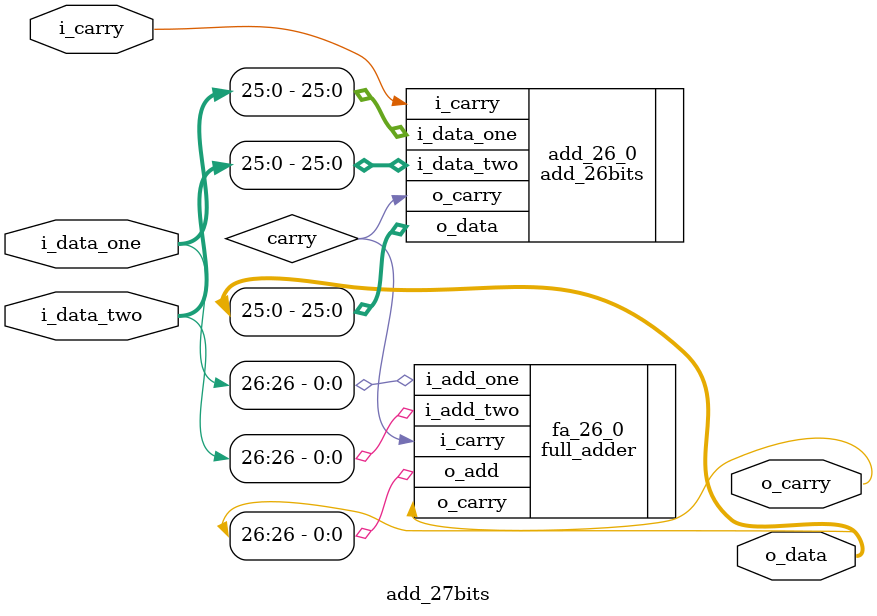
<source format=sv>
module add_27bits(
  input logic  [26:0] i_data_one,
  input logic  [26:0] i_data_two,
  input logic         i_carry,
  
  output logic [26:0] o_data,
  output logic        o_carry
);

  logic carry;

  add_26bits add_26_0(
    .i_data_one (i_data_one[25:0]),
    .i_data_two (i_data_two[25:0]),
    .i_carry    (i_carry),
    .o_data     (o_data[25:0]),
    .o_carry    (carry)
  );
  
  full_adder fa_26_0(
    .i_add_one (i_data_one[26]),
    .i_add_two (i_data_two[26]),
    .i_carry   (carry),
    .o_add     (o_data[26]),
    .o_carry   (o_carry)
  );

endmodule
</source>
